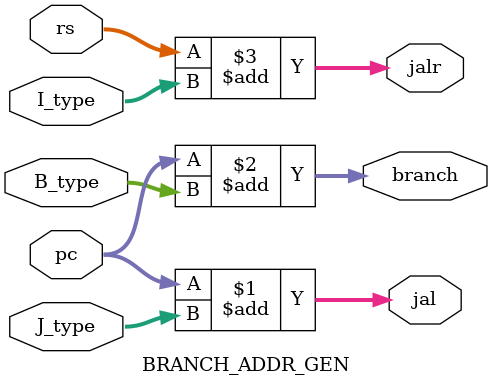
<source format=sv>
`timescale 1ns / 1ps


module BRANCH_ADDR_GEN(
    input [31:0] J_type,
    input [31:0] B_type,
    input [31:0] I_type,
    input [31:0] rs,
    input [31:0] pc,
    output [31:0] jal,
    output [31:0] branch,
    output [31:0] jalr
    );
    
    assign jal = pc + J_type;
    assign branch = pc + B_type;
    
    assign jalr = rs + I_type;
    
endmodule

</source>
